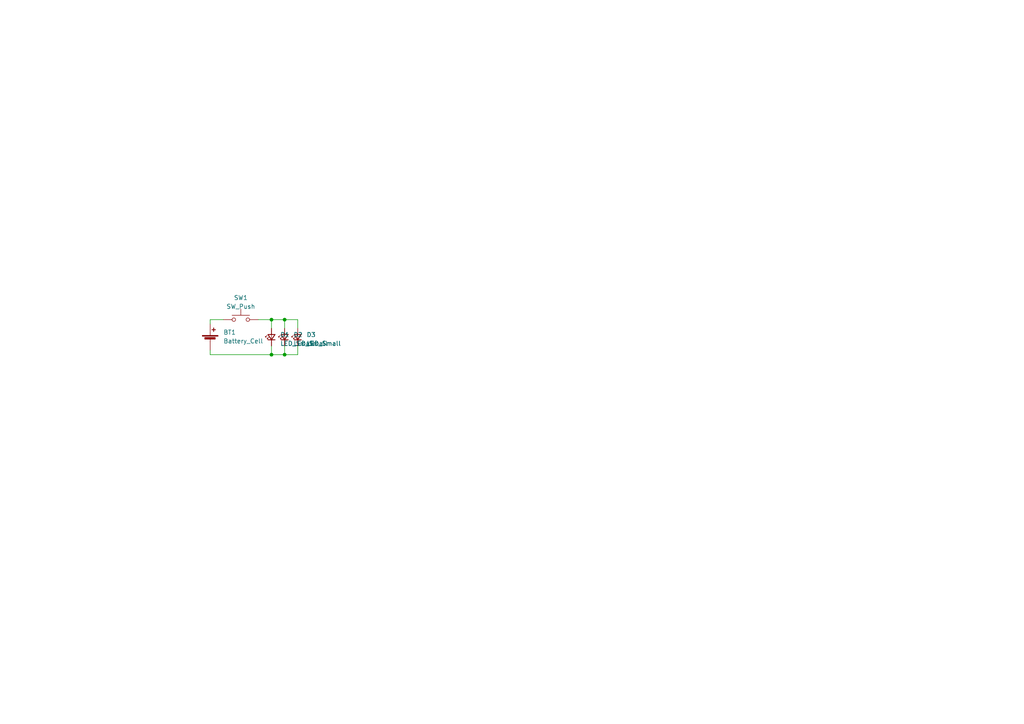
<source format=kicad_sch>
(kicad_sch (version 20230121) (generator eeschema)
  (paper "A4")
  (lib_symbols
    (symbol "Device:Battery_Cell" (pin_numbers hide) (pin_names (offset 0) hide)
      (property "Reference" "BT" (at 2.54 2.54 0))
      (property "Value" "Battery_Cell" (at 2.54 0 0))
      (symbol "Battery_Cell_0_1"
        (rectangle (start -2.286 1.778) (end 2.286 1.524) (fill (type outline)))
        (rectangle (start -1.5748 1.1938) (end 1.4732 0.6858) (fill (type outline)))
        (polyline (pts (xy 0 0.762) (xy 0 0)))
        (polyline (pts (xy 0 1.778) (xy 0 2.54)))
        (polyline (pts (xy 0.508 3.429) (xy 1.524 3.429)) (stroke (width 0.254)))
        (polyline (pts (xy 1.016 3.937) (xy 1.016 2.921)) (stroke (width 0.254)))
      )
      (symbol "Battery_Cell_1_1"
        (pin passive line (at 0 5.08 270) (length 2.54) (name "+") (number "1"))
        (pin passive line (at 0 -2.54 90) (length 2.54) (name "-") (number "2"))
      )
    )
    (symbol "Device:LED_Small" (pin_numbers hide) (pin_names (offset 0.254) hide)
      (property "Reference" "D" (at -1.27 3.175 0))
      (property "Value" "LED_Small" (at -4.445 -2.54 0))
      (symbol "LED_Small_0_1"
        (polyline (pts (xy -0.762 -1.016) (xy -0.762 1.016)) (stroke (width 0.254)))
        (polyline (pts (xy 1.016 0) (xy -0.762 0)))
        (polyline (pts (xy 0.762 -1.016) (xy -0.762 0) (xy 0.762 1.016) (xy 0.762 -1.016)) (stroke (width 0.254)))
        (polyline (pts (xy 0 0.762) (xy -0.508 1.27) (xy -0.254 1.27) (xy -0.508 1.27) (xy -0.508 1.016)))
        (polyline (pts (xy 0.508 1.27) (xy 0 1.778) (xy 0.254 1.778) (xy 0 1.778) (xy 0 1.524)))
      )
      (symbol "LED_Small_1_1"
        (pin passive line (at -2.54 0 0) (length 1.778) (name "K") (number "1"))
        (pin passive line (at 2.54 0 180) (length 1.778) (name "A") (number "2"))
      )
    )
    (symbol "Switch:SW_Push" (pin_numbers hide) (pin_names (offset 1.016) hide)
      (property "Reference" "SW" (at 1.27 2.54 0))
      (property "Value" "SW_Push" (at 0 -1.524 0))
      (symbol "SW_Push_0_1"
        (circle (center -2.032 0) (radius 0.508))
        (polyline (pts (xy 0 1.27) (xy 0 3.048)))
        (polyline (pts (xy 2.54 1.27) (xy -2.54 1.27)))
        (circle (center 2.032 0) (radius 0.508))
        (pin passive line (at -5.08 0 0) (length 2.54) (name "1") (number "1"))
        (pin passive line (at 5.08 0 180) (length 2.54) (name "2") (number "2"))
      )
    )
  )
  (junction (at 82.55 92.71))
  (junction (at 78.74 92.71))
  (junction (at 78.74 102.87))
  (junction (at 82.55 102.87))
  (wire (pts (xy 60.96 92.71) (xy 64.77 92.71)))
  (wire (pts (xy 86.36 92.71) (xy 86.36 95.25)))
  (wire (pts (xy 86.36 100.33) (xy 86.36 102.87)))
  (wire (pts (xy 60.96 102.87) (xy 60.96 101.6)))
  (wire (pts (xy 78.74 102.87) (xy 60.96 102.87)))
  (wire (pts (xy 78.74 92.71) (xy 82.55 92.71)))
  (wire (pts (xy 82.55 92.71) (xy 86.36 92.71)))
  (wire (pts (xy 86.36 102.87) (xy 82.55 102.87)))
  (wire (pts (xy 60.96 93.98) (xy 60.96 92.71)))
  (wire (pts (xy 82.55 100.33) (xy 82.55 102.87)))
  (wire (pts (xy 78.74 92.71) (xy 78.74 95.25)))
  (wire (pts (xy 74.93 92.71) (xy 78.74 92.71)))
  (wire (pts (xy 82.55 92.71) (xy 82.55 95.25)))
  (wire (pts (xy 82.55 102.87) (xy 78.74 102.87)))
  (wire (pts (xy 78.74 100.33) (xy 78.74 102.87)))
  (symbol (lib_id "Device:Battery_Cell") (at 60.96 99.06 0) (unit 1)
    (property "Reference" "BT1" (at 64.77 96.393 0) (effects (justify left)))
    (property "Value" "Battery_Cell" (at 64.77 98.933 0) (effects (justify left)))
    (property "Footprint" "Battery:BatteryHolder_Keystone_2998_1x6.8mm" (effects hide))
  )
  (symbol (lib_id "Device:LED_Small") (at 78.74 97.79 90) (unit 1)
    (property "Reference" "D1" (at 81.28 97.0915 90) (effects (justify right)))
    (property "Value" "LED_Small" (at 81.28 99.6315 90) (effects (justify right)))
    (property "Footprint" "LED_SMD:LED_1206_3216Metric_Pad1.42x1.75mm_HandSolder" (effects hide))
  )
  (symbol (lib_id "Switch:SW_Push") (at 69.85 92.71 0) (unit 1)
    (property "Reference" "SW1" (at 69.85 86.36 0))
    (property "Value" "SW_Push" (at 69.85 88.9 0))
    (property "Footprint" "Button_Switch_SMD:SW_SPST_EVQPE1" (effects hide))
  )
  (symbol (lib_id "Device:LED_Small") (at 82.55 97.79 90) (unit 1)
    (property "Reference" "D2" (at 85.09 97.0915 90) (effects (justify right)))
    (property "Value" "LED_Small" (at 85.09 99.6315 90) (effects (justify right)))
    (property "Footprint" "LED_SMD:LED_1206_3216Metric_Pad1.42x1.75mm_HandSolder" (effects hide))
  )
  (symbol (lib_id "Device:LED_Small") (at 86.36 97.79 90) (unit 1)
    (property "Reference" "D3" (at 88.9 97.0915 90) (effects (justify right)))
    (property "Value" "LED_Small" (at 88.9 99.6315 90) (effects (justify right)))
    (property "Footprint" "LED_SMD:LED_1206_3216Metric_Pad1.42x1.75mm_HandSolder" (effects hide))
  )
)
</source>
